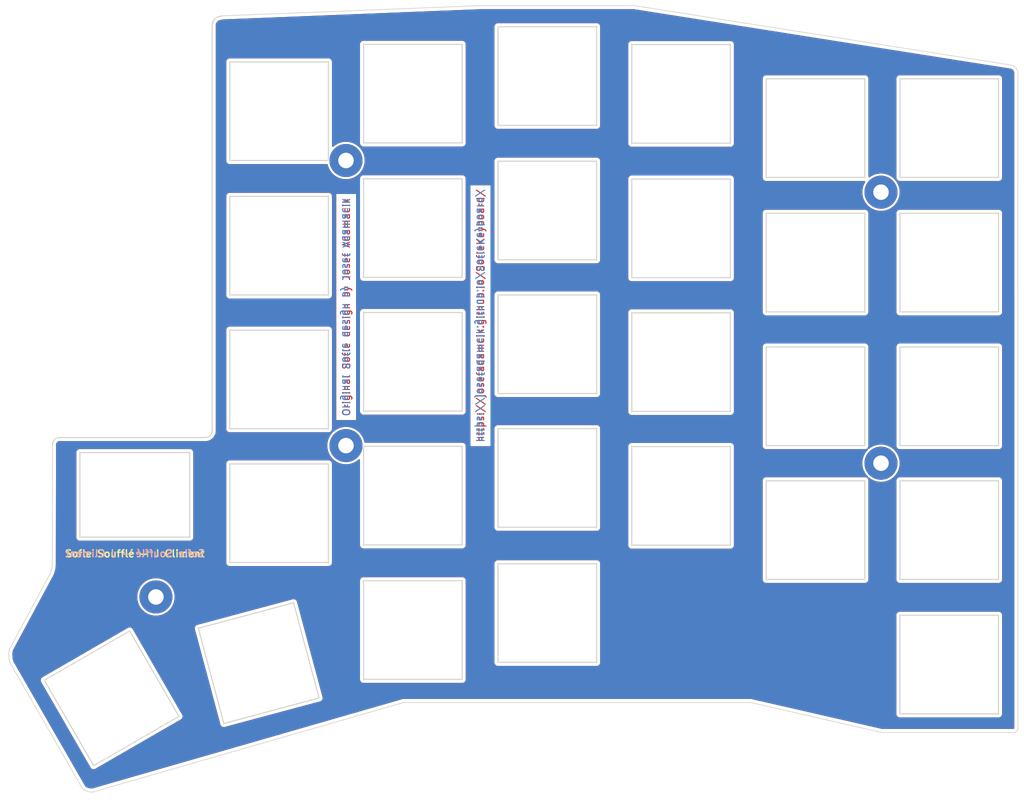
<source format=kicad_pcb>
(kicad_pcb (version 20211014) (generator pcbnew)
  (layers (0 "F.Cu" signal) (31 "B.Cu" signal) (34 "B.Paste" user) (35 "F.Paste" user) (36 "B.SilkS" user "B.Silkscreen") (37 "F.SilkS" user "F.Silkscreen") (38 "B.Mask" user) (39 "F.Mask" user) (44 "Edge.Cuts" user))
  (net 0 "")
  (footprint "dane:gecko-logo" (layer "F.Cu") (at 94.495 117.3)
    (fp_text reference "G***" hide)
    (fp_text value "LOGO" hide)
  )
  (footprint "dane:gecko-logo" (layer "F.Cu") (at 199.393 133.128)
    (fp_text reference "G***" hide)
    (fp_text value "LOGO" hide)
  )
  (footprint "SofleKeyboard-footprint:HOLE_M2_TH" (layer "F.Cu") (at 207.22 63.22)
    (fp_text reference "TH4" hide)
    (fp_text value "HOLE" hide)
    (pad "" thru_hole circle locked (at -0.225 -0.275 90) (size 4.7 4.7) (drill 2.2) (layers *.Cu *.Mask "Dwgs.User") (clearance 0.3))
  )
  (footprint "SofleKeyboard-footprint:HOLE_M2_TH" (layer "F.Cu") (at 130.97 58.52)
    (fp_text reference "TH3" hide)
    (fp_text value "HOLE" hide)
    (pad "" thru_hole circle locked (at 0.025 -0.075 90) (size 4.7 4.7) (drill 2.2) (layers *.Cu *.Mask "Dwgs.User") (clearance 0.3))
  )
  (footprint "SofleKeyboard-footprint:HOLE_M2_TH" (layer "F.Cu") (at 207.17 101.47)
    (fp_text reference "TH6" hide)
    (fp_text value "HOLE" hide)
    (pad "" thru_hole circle locked (at -0.175 -0.025 90) (size 4.7 4.7) (drill 2.2) (layers *.Cu *.Mask "Dwgs.User") (clearance 0.3))
  )
  (footprint "SofleKeyboard-footprint:HOLE_M2_TH" (layer "F.Cu") (at 131.02 99.02)
    (fp_text reference "TH5" hide)
    (fp_text value "HOLE" hide)
    (pad "" thru_hole circle locked (at -0.025 -0.075 90) (size 4.7 4.7) (drill 2.2) (layers *.Cu *.Mask "Dwgs.User") (clearance 0.3))
  )
  (footprint "SofleKeyboard-footprint:HOLE_M2_TH" (layer "F.Cu") (at 103.995 120.445 90)
    (fp_text reference "TH7" hide)
    (fp_text value "HOLE" hide)
    (pad "" thru_hole circle locked (at 0 0 180) (size 4.7 4.7) (drill 2.2) (layers *.Cu *.Mask "Dwgs.User") (clearance 0.3))
  )
  (footprint "dane:gecko-logo" (layer "B.Cu") (at 95.495 117.3 180)
    (fp_text reference "G***" hide)
    (fp_text value "LOGO" hide)
  )
  (footprint "dane:gecko-logo" (layer "B.Cu") (at 200.143 133.128 180)
    (fp_text reference "G***" hide)
    (fp_text value "LOGO" hide)
  )
  (gr_line (start 107.267178 137.407178) (end 95.142822 144.407178) (layer "Edge.Cuts") (width 0.15))
  (gr_line (start 100.267178 125.282822) (end 107.267178 137.407178) (layer "Edge.Cuts") (width 0.15))
  (gr_line (start 95.142822 144.407178) (end 88.142822 132.282822) (layer "Edge.Cuts") (width 0.15))
  (gr_line (start 88.142822 132.282822) (end 100.267178 125.282822) (layer "Edge.Cuts") (width 0.15))
  (gr_line (start 108.795 111.945) (end 108.795 105.945) (layer "Edge.Cuts") (width 0.15))
  (gr_line (start 226.278881 45.442807) (end 226.365281 45.623672) (layer "Edge.Cuts") (width 0.1))
  (gr_line (start 93.545 147.645) (end 83.295 129.845) (layer "Edge.Cuts") (width 0.1))
  (gr_line (start 171.945 36.445) (end 225.470441 44.890146) (layer "Edge.Cuts") (width 0.1))
  (gr_line (start 89.270257 115.845) (end 89.195 116.495) (layer "Edge.Cuts") (width 0.1))
  (gr_line (start 94.345 148.095) (end 94.895 148.195) (layer "Edge.Cuts") (width 0.1))
  (gr_line (start 83.145 129.345) (end 83.095 128.745) (layer "Edge.Cuts") (width 0.1))
  (gr_line (start 93.895 147.945) (end 94.345 148.095) (layer "Edge.Cuts") (width 0.1))
  (gr_line (start 225.672111 44.941776) (end 225.856871 45.026466) (layer "Edge.Cuts") (width 0.1))
  (gr_line (start 89.195 116.495) (end 88.995 117.095) (layer "Edge.Cuts") (width 0.1))
  (gr_line (start 83.095 128.745) (end 83.095 128.345) (layer "Edge.Cuts") (width 0.1))
  (gr_line (start 93.545 147.645) (end 93.895 147.945) (layer "Edge.Cuts") (width 0.1))
  (gr_line (start 225.470441 44.890146) (end 225.672111 44.941776) (layer "Edge.Cuts") (width 0.1))
  (gr_line (start 226.419381 45.819571) (end 226.438181 46.026902) (layer "Edge.Cuts") (width 0.1))
  (gr_line (start 83.195 127.845) (end 88.995 117.095) (layer "Edge.Cuts") (width 0.1))
  (gr_line (start 226.365281 45.623672) (end 226.419381 45.819571) (layer "Edge.Cuts") (width 0.1))
  (gr_line (start 149.995 36.445) (end 113.395 37.9) (layer "Edge.Cuts") (width 0.1))
  (gr_line (start 139.149128 135.445) (end 188.495 135.445) (layer "Edge.Cuts") (width 0.1))
  (gr_line (start 83.295 129.845) (end 83.145 129.345) (layer "Edge.Cuts") (width 0.1))
  (gr_line (start 83.095 128.345) (end 83.195 127.845) (layer "Edge.Cuts") (width 0.1))
  (gr_line (start 139.149128 135.445) (end 94.895 148.195) (layer "Edge.Cuts") (width 0.1))
  (gr_line (start 226.021621 45.1406) (end 226.163321 45.280582) (layer "Edge.Cuts") (width 0.1))
  (gr_line (start 149.995 36.445) (end 171.945 36.445) (layer "Edge.Cuts") (width 0.1))
  (gr_line (start 226.163321 45.280582) (end 226.278881 45.442807) (layer "Edge.Cuts") (width 0.1))
  (gr_line (start 89.270257 115.845) (end 89.3 98.8) (layer "Edge.Cuts") (width 0.1))
  (gr_line (start 225.856871 45.026466) (end 226.021621 45.1406) (layer "Edge.Cuts") (width 0.1))
  (gr_line (start 225.865741 139.704819) (end 207.1053 139.70482) (layer "Edge.Cuts") (width 0.1))
  (gr_arc (start 226.439802 139.135974) (mid 226.271311 139.540023) (end 225.865741 139.704819) (layer "Edge.Cuts") (width 0.1))
  (gr_line (start 226.438181 46.026902) (end 226.439802 139.135974) (layer "Edge.Cuts") (width 0.1))
  (gr_line (start 207.1053 139.70482) (end 188.495 135.445) (layer "Edge.Cuts") (width 0.1))
  (gr_line (start 128.495 77.545) (end 128.495 63.545) (layer "Edge.Cuts") (width 0.15))
  (gr_line (start 110.021786 124.895253) (end 123.544747 121.271786) (layer "Edge.Cuts") (width 0.15))
  (gr_line (start 152.595 53.445) (end 166.595 53.445) (layer "Edge.Cuts") (width 0.15))
  (gr_line (start 147.495 99.045) (end 133.495 99.045) (layer "Edge.Cuts") (width 0.15))
  (gr_line (start 204.695 65.945) (end 190.695 65.945) (layer "Edge.Cuts") (width 0.15))
  (gr_line (start 133.495 61.045) (end 133.495 75.045) (layer "Edge.Cuts") (width 0.15))
  (gr_line (start 190.695 117.945) (end 204.695 117.945) (layer "Edge.Cuts") (width 0.15))
  (gr_line (start 147.495 94.045) (end 147.495 80.045) (layer "Edge.Cuts") (width 0.15))
  (gr_line (start 133.495 99.045) (end 133.495 113.045) (layer "Edge.Cuts") (width 0.15))
  (gr_line (start 147.495 61.045) (end 133.495 61.045) (layer "Edge.Cuts") (width 0.15))
  (gr_line (start 127.168214 134.794747) (end 113.645253 138.418214) (layer "Edge.Cuts") (width 0.15))
  (gr_line (start 171.595 80.085) (end 171.595 94.085) (layer "Edge.Cuts") (width 0.15))
  (gr_line (start 152.595 129.735) (end 166.595 129.735) (layer "Edge.Cuts") (width 0.15))
  (gr_line (start 128.495 63.545) (end 114.495 63.545) (layer "Edge.Cuts") (width 0.15))
  (gr_line (start 166.595 110.545) (end 166.595 96.545) (layer "Edge.Cuts") (width 0.15))
  (gr_line (start 112.695 38.1) (end 112.995 38) (layer "Edge.Cuts") (width 0.15))
  (gr_line (start 209.695 60.845) (end 223.695 60.845) (layer "Edge.Cuts") (width 0.15))
  (gr_line (start 223.695 117.945) (end 223.695 103.945) (layer "Edge.Cuts") (width 0.15))
  (gr_line (start 133.495 132.145) (end 147.495 132.145) (layer "Edge.Cuts") (width 0.15))
  (gr_line (start 185.595 55.985) (end 185.595 41.985) (layer "Edge.Cuts") (width 0.15))
  (gr_line (start 147.495 80.045) (end 133.495 80.045) (layer "Edge.Cuts") (width 0.15))
  (gr_line (start 90.3 97.8) (end 110.995 97.8) (layer "Edge.Cuts") (width 0.15))
  (gr_line (start 112.095 38.7) (end 112.295 38.4) (layer "Edge.Cuts") (width 0.15))
  (gr_line (start 147.495 75.045) (end 147.495 61.045) (layer "Edge.Cuts") (width 0.15))
  (gr_line (start 128.495 58.445) (end 128.495 44.445) (layer "Edge.Cuts") (width 0.15))
  (gr_line (start 111.995 39.045) (end 112.095 38.7) (layer "Edge.Cuts") (width 0.15))
  (gr_line (start 185.595 94.085) (end 185.595 80.085) (layer "Edge.Cuts") (width 0.15))
  (gr_line (start 223.686 137.049) (end 223.686 123.049) (layer "Edge.Cuts") (width 0.15))
  (gr_line (start 209.695 98.945) (end 223.695 98.945) (layer "Edge.Cuts") (width 0.15))
  (gr_line (start 128.495 82.545) (end 114.495 82.545) (layer "Edge.Cuts") (width 0.15))
  (gr_line (start 166.595 91.545) (end 166.595 77.545) (layer "Edge.Cuts") (width 0.15))
  (gr_line (start 133.495 55.945) (end 147.495 55.945) (layer "Edge.Cuts") (width 0.15))
  (gr_line (start 114.495 58.445) (end 128.495 58.445) (layer "Edge.Cuts") (width 0.15))
  (gr_line (start 204.695 103.945) (end 190.695 103.945) (layer "Edge.Cuts") (width 0.15))
  (gr_line (start 114.495 77.545) (end 128.495 77.545) (layer "Edge.Cuts") (width 0.15))
  (gr_line (start 209.695 84.945) (end 209.695 98.945) (layer "Edge.Cuts") (width 0.15))
  (gr_line (start 114.495 96.545) (end 128.495 96.545) (layer "Edge.Cuts") (width 0.15))
  (gr_line (start 108.795 105.945) (end 108.795 99.945) (layer "Edge.Cuts") (width 0.15))
  (gr_line (start 190.695 98.945) (end 204.695 98.945) (layer "Edge.Cuts") (width 0.15))
  (gr_line (start 93.195 111.945) (end 108.795 111.945) (layer "Edge.Cuts") (width 0.15))
  (gr_line (start 147.495 41.945) (end 133.495 41.945) (layer "Edge.Cuts") (width 0.15))
  (gr_line (start 147.495 55.945) (end 147.495 41.945) (layer "Edge.Cuts") (width 0.15))
  (gr_line (start 112.995 38) (end 113.395 37.9) (layer "Edge.Cuts") (width 0.15))
  (gr_line (start 152.595 115.735) (end 152.595 129.735) (layer "Edge.Cuts") (width 0.15))
  (gr_line (start 223.695 46.845) (end 209.695 46.845) (layer "Edge.Cuts") (width 0.15))
  (gr_arc (start 89.3 98.8) (mid 89.592893 98.092893) (end 90.3 97.8) (layer "Edge.Cuts") (width 0.15))
  (gr_line (start 204.695 84.945) (end 190.695 84.945) (layer "Edge.Cuts") (width 0.15))
  (gr_line (start 152.595 39.445) (end 152.595 53.445) (layer "Edge.Cuts") (width 0.15))
  (gr_line (start 223.695 60.845) (end 223.695 46.845) (layer "Edge.Cuts") (width 0.15))
  (gr_line (start 128.495 96.545) (end 128.495 82.545) (layer "Edge.Cuts") (width 0.15))
  (gr_arc (start 111.995 96.8) (mid 111.702107 97.507107) (end 110.995 97.8) (layer "Edge.Cuts") (width 0.15))
  (gr_line (start 152.595 96.545) (end 152.595 110.545) (layer "Edge.Cuts") (width 0.15))
  (gr_line (start 133.495 94.045) (end 147.495 94.045) (layer "Edge.Cuts") (width 0.15))
  (gr_line (start 185.595 99.085) (end 171.595 99.085) (layer "Edge.Cuts") (width 0.15))
  (gr_line (start 171.595 94.085) (end 185.595 94.085) (layer "Edge.Cuts") (width 0.15))
  (gr_line (start 152.595 77.545) (end 152.595 91.545) (layer "Edge.Cuts") (width 0.15))
  (gr_line (start 152.595 91.545) (end 166.595 91.545) (layer "Edge.Cuts") (width 0.15))
  (gr_line (start 209.695 117.945) (end 223.695 117.945) (layer "Edge.Cuts") (width 0.15))
  (gr_line (start 209.695 65.945) (end 209.695 79.945) (layer "Edge.Cuts") (width 0.15))
  (gr_line (start 204.695 46.845) (end 190.695 46.845) (layer "Edge.Cuts") (width 0.15))
  (gr_line (start 171.595 113.085) (end 185.595 113.085) (layer "Edge.Cuts") (width 0.15))
  (gr_line (start 185.595 41.985) (end 171.595 41.985) (layer "Edge.Cuts") (width 0.15))
  (gr_line (start 114.495 82.545) (end 114.495 96.545) (layer "Edge.Cuts") (width 0.15))
  (gr_line (start 114.495 63.545) (end 114.495 77.545) (layer "Edge.Cuts") (width 0.15))
  (gr_line (start 93.195 99.945) (end 93.195 111.945) (layer "Edge.Cuts") (width 0.15))
  (gr_line (start 166.595 72.545) (end 166.595 58.545) (layer "Edge.Cuts") (width 0.15))
  (gr_line (start 209.686 137.049) (end 223.686 137.049) (layer "Edge.Cuts") (width 0.15))
  (gr_line (start 171.595 99.085) (end 171.595 113.085) (layer "Edge.Cuts") (width 0.15))
  (gr_line (start 223.686 123.049) (end 209.686 123.049) (layer "Edge.Cuts") (width 0.15))
  (gr_line (start 128.495 115.545) (end 128.495 101.545) (layer "Edge.Cuts") (width 0.15))
  (gr_line (start 190.695 79.945) (end 204.695 79.945) (layer "Edge.Cuts") (width 0.15))
  (gr_line (start 114.495 44.445) (end 114.495 58.445) (layer "Edge.Cuts") (width 0.15))
  (gr_line (start 166.595 129.735) (end 166.595 115.735) (layer "Edge.Cuts") (width 0.15))
  (gr_line (start 223.695 79.945) (end 223.695 65.945) (layer "Edge.Cuts") (width 0.15))
  (gr_line (start 133.495 113.045) (end 147.495 113.045) (layer "Edge.Cuts") (width 0.15))
  (gr_line (start 152.595 58.545) (end 152.595 72.545) (layer "Edge.Cuts") (width 0.15))
  (gr_line (start 204.695 60.845) (end 204.695 46.845) (layer "Edge.Cuts") (width 0.15))
  (gr_line (start 190.695 84.945) (end 190.695 98.945) (layer "Edge.Cuts") (width 0.15))
  (gr_line (start 223.695 65.945) (end 209.695 65.945) (layer "Edge.Cuts") (width 0.15))
  (gr_line (start 133.495 80.045) (end 133.495 94.045) (layer "Edge.Cuts") (width 0.15))
  (gr_line (start 204.695 98.945) (end 204.695 84.945) (layer "Edge.Cuts") (width 0.15))
  (gr_line (start 152.595 72.545) (end 166.595 72.545) (layer "Edge.Cuts") (width 0.15))
  (gr_line (start 204.695 79.945) (end 204.695 65.945) (layer "Edge.Cuts") (width 0.15))
  (gr_line (start 185.595 113.085) (end 185.595 99.085) (layer "Edge.Cuts") (width 0.15))
  (gr_line (start 209.695 46.845) (end 209.695 60.845) (layer "Edge.Cuts") (width 0.15))
  (gr_line (start 133.495 118.145) (end 133.495 132.145) (layer "Edge.Cuts") (width 0.15))
  (gr_line (start 171.595 61.085) (end 171.595 75.085) (layer "Edge.Cuts") (width 0.15))
  (gr_line (start 190.695 60.845) (end 204.695 60.845) (layer "Edge.Cuts") (width 0.15))
  (gr_line (start 209.695 103.945) (end 209.695 117.945) (layer "Edge.Cuts") (width 0.15))
  (gr_line (start 128.495 44.445) (end 114.495 44.445) (layer "Edge.Cuts") (width 0.15))
  (gr_line (start 113.645253 138.418214) (end 110.021786 124.895253) (layer "Edge.Cuts") (width 0.15))
  (gr_line (start 223.695 84.945) (end 209.695 84.945) (layer "Edge.Cuts") (width 0.15))
  (gr_line (start 128.495 101.545) (end 114.495 101.545) (layer "Edge.Cuts") (width 0.15))
  (gr_line (start 190.695 46.845) (end 190.695 60.845) (layer "Edge.Cuts") (width 0.15))
  (gr_line (start 185.595 80.085) (end 171.595 80.085) (layer "Edge.Cuts") (width 0.15))
  (gr_line (start 190.695 65.945) (end 190.695 79.945) (layer "Edge.Cuts") (width 0.15))
  (gr_line (start 166.595 53.445) (end 166.595 39.445) (layer "Edge.Cuts") (width 0.15))
  (gr_line (start 185.595 75.085) (end 185.595 61.085) (layer "Edge.Cuts") (width 0.15))
  (gr_line (start 171.595 55.985) (end 185.595 55.985) (layer "Edge.Cuts") (width 0.15))
  (gr_line (start 133.495 41.945) (end 133.495 55.945) (layer "Edge.Cuts") (width 0.15))
  (gr_line (start 166.595 115.735) (end 152.595 115.735) (layer "Edge.Cuts") (width 0.15))
  (gr_line (start 147.495 118.145) (end 133.495 118.145) (layer "Edge.Cuts") (width 0.15))
  (gr_line (start 112.295 38.4) (end 112.495 38.2) (layer "Edge.Cuts") (width 0.15))
  (gr_line (start 152.595 110.545) (end 166.595 110.545) (layer "Edge.Cuts") (width 0.15))
  (gr_line (start 204.695 117.945) (end 204.695 103.945) (layer "Edge.Cuts") (width 0.15))
  (gr_line (start 108.795 99.945) (end 93.195 99.945) (layer "Edge.Cuts") (width 0.15))
  (gr_line (start 209.695 79.945) (end 223.695 79.945) (layer "Edge.Cuts") (width 0.15))
  (gr_line (start 147.495 113.045) (end 147.495 99.045) (layer "Edge.Cuts") (width 0.15))
  (gr_line (start 111.995 96.8) (end 111.995 39.045) (layer "Edge.Cuts") (width 0.15))
  (gr_line (start 223.695 98.945) (end 223.695 84.945) (layer "Edge.Cuts") (width 0.15))
  (gr_line (start 123.544747 121.271786) (end 127.168214 134.794747) (layer "Edge.Cuts") (width 0.15))
  (gr_line (start 166.595 96.545) (end 152.595 96.545) (layer "Edge.Cuts") (width 0.15))
  (gr_line (start 133.495 75.045) (end 147.495 75.045) (layer "Edge.Cuts") (width 0.15))
  (gr_line (start 190.695 103.945) (end 190.695 117.945) (layer "Edge.Cuts") (width 0.15))
  (gr_line (start 114.495 115.545) (end 128.495 115.545) (layer "Edge.Cuts") (width 0.15))
  (gr_line (start 114.495 101.545) (end 114.495 115.545) (layer "Edge.Cuts") (width 0.15))
  (gr_line (start 166.595 77.545) (end 152.595 77.545) (layer "Edge.Cuts") (width 0.15))
  (gr_line (start 166.595 58.545) (end 152.595 58.545) (layer "Edge.Cuts") (width 0.15))
  (gr_line (start 171.595 75.085) (end 185.595 75.085) (layer "Edge.Cuts") (width 0.15))
  (gr_line (start 185.595 61.085) (end 171.595 61.085) (layer "Edge.Cuts") (width 0.15))
  (gr_line (start 223.695 103.945) (end 209.695 103.945) (layer "Edge.Cuts") (width 0.15))
  (gr_line (start 166.595 39.445) (end 152.595 39.445) (layer "Edge.Cuts") (width 0.15))
  (gr_line (start 147.495 132.145) (end 147.495 118.145) (layer "Edge.Cuts") (width 0.15))
  (gr_line (start 209.686 123.049) (end 209.686 137.049) (layer "Edge.Cuts") (width 0.15))
  (gr_line (start 171.595 41.985) (end 171.595 55.985) (layer "Edge.Cuts") (width 0.15))
  (gr_line (start 112.495 38.2) (end 112.695 38.1) (layer "Edge.Cuts") (width 0.15))
  (gr_text "https://josefadamcik.github.io/SofleKeyboard/" (at 150.095 80.5 90) (layer "F.Cu") (effects (font (size 1 1))))
  (gr_text "Original Sofle design by Josef Adamacik" (at 131.045 79.258 90) (layer "F.Cu") (effects (font (size 1 1))))
  (gr_text "https://josefadamcik.github.io/SofleKeyboard/" (at 150.095 80.5 270) (layer "B.Cu") (effects (font (size 1 1)) (justify mirror)))
  (gr_text "Original Sofle design by Josef Adamacik" (at 130.995 79.258 270) (layer "B.Cu") (effects (font (size 1 1)) (justify mirror)))
  (gr_text "Sofle Soufflé - J Climent" (at 101.054 114.281) (layer "B.SilkS") (effects (font (size 1 1) (thickness 0.2)) (justify mirror)))
  (gr_text "Sofle Soufflé - J Climent" (at 100.995 114.3) (layer "F.SilkS") (effects (font (size 1 1) (thickness 0.2))))
  (zone (net 0) (net_name "") (layer "F.Cu") (connect_pads (clearance 0.508)) (min_thickness 0.254) (fill yes (thermal_gap 0.508) (thermal_bridge_width 0.508))
    (polygon (pts (xy 81.945 128.645) (xy 93.895 149.095) (xy 138.995 136.395) (xy 158.245 136.495) (xy 188.445 136.295) (xy 207.499 140.726) (xy 227.311 140.472) (xy 226.995 44.245) (xy 172.695 35.745) (xy 88.445 38.045) (xy 88.795 116.445)))
  )
  (zone (net 0) (net_name "") (layer "B.Cu") (connect_pads (clearance 0.508)) (min_thickness 0.254) (fill yes (thermal_gap 0.508) (thermal_bridge_width 0.508))
    (polygon (pts (xy 81.845 128.695) (xy 93.595 149.295) (xy 139.095 136.295) (xy 188.445 136.745) (xy 207.753 140.98) (xy 227.311 140.726) (xy 226.795 44.745) (xy 172.495 35.645) (xy 88.595 38.345) (xy 88.945 116.095)))
  )
)
</source>
